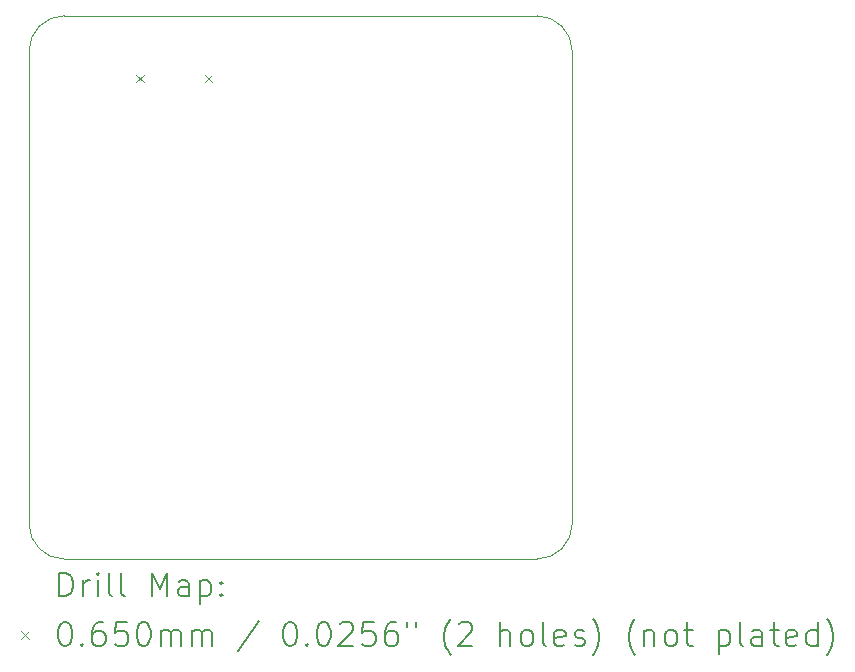
<source format=gbr>
%TF.GenerationSoftware,KiCad,Pcbnew,7.0.10*%
%TF.CreationDate,2024-01-26T16:50:52-05:00*%
%TF.ProjectId,MiniBLDC,4d696e69-424c-4444-932e-6b696361645f,rev?*%
%TF.SameCoordinates,Original*%
%TF.FileFunction,Drillmap*%
%TF.FilePolarity,Positive*%
%FSLAX45Y45*%
G04 Gerber Fmt 4.5, Leading zero omitted, Abs format (unit mm)*
G04 Created by KiCad (PCBNEW 7.0.10) date 2024-01-26 16:50:52*
%MOMM*%
%LPD*%
G01*
G04 APERTURE LIST*
%ADD10C,0.050000*%
%ADD11C,0.200000*%
%ADD12C,0.100000*%
G04 APERTURE END LIST*
D10*
X13585000Y-9748500D02*
X17585000Y-9748500D01*
X13285000Y-14048500D02*
G75*
G03*
X13585000Y-14348500I300000J0D01*
G01*
X17885000Y-10048500D02*
G75*
G03*
X17585000Y-9748500I-300000J0D01*
G01*
X13585000Y-9748500D02*
G75*
G03*
X13285000Y-10048500I0J-300000D01*
G01*
X13285000Y-14048500D02*
X13285000Y-10048500D01*
X17585000Y-14348500D02*
G75*
G03*
X17885000Y-14048500I0J300000D01*
G01*
X17585000Y-14348500D02*
X13585000Y-14348500D01*
X17885000Y-10048500D02*
X17885000Y-14048500D01*
D11*
D12*
X14194000Y-10247500D02*
X14259000Y-10312500D01*
X14259000Y-10247500D02*
X14194000Y-10312500D01*
X14772000Y-10247500D02*
X14837000Y-10312500D01*
X14837000Y-10247500D02*
X14772000Y-10312500D01*
D11*
X13543277Y-14662484D02*
X13543277Y-14462484D01*
X13543277Y-14462484D02*
X13590896Y-14462484D01*
X13590896Y-14462484D02*
X13619467Y-14472008D01*
X13619467Y-14472008D02*
X13638515Y-14491055D01*
X13638515Y-14491055D02*
X13648039Y-14510103D01*
X13648039Y-14510103D02*
X13657562Y-14548198D01*
X13657562Y-14548198D02*
X13657562Y-14576769D01*
X13657562Y-14576769D02*
X13648039Y-14614865D01*
X13648039Y-14614865D02*
X13638515Y-14633912D01*
X13638515Y-14633912D02*
X13619467Y-14652960D01*
X13619467Y-14652960D02*
X13590896Y-14662484D01*
X13590896Y-14662484D02*
X13543277Y-14662484D01*
X13743277Y-14662484D02*
X13743277Y-14529150D01*
X13743277Y-14567246D02*
X13752801Y-14548198D01*
X13752801Y-14548198D02*
X13762324Y-14538674D01*
X13762324Y-14538674D02*
X13781372Y-14529150D01*
X13781372Y-14529150D02*
X13800420Y-14529150D01*
X13867086Y-14662484D02*
X13867086Y-14529150D01*
X13867086Y-14462484D02*
X13857562Y-14472008D01*
X13857562Y-14472008D02*
X13867086Y-14481531D01*
X13867086Y-14481531D02*
X13876610Y-14472008D01*
X13876610Y-14472008D02*
X13867086Y-14462484D01*
X13867086Y-14462484D02*
X13867086Y-14481531D01*
X13990896Y-14662484D02*
X13971848Y-14652960D01*
X13971848Y-14652960D02*
X13962324Y-14633912D01*
X13962324Y-14633912D02*
X13962324Y-14462484D01*
X14095658Y-14662484D02*
X14076610Y-14652960D01*
X14076610Y-14652960D02*
X14067086Y-14633912D01*
X14067086Y-14633912D02*
X14067086Y-14462484D01*
X14324229Y-14662484D02*
X14324229Y-14462484D01*
X14324229Y-14462484D02*
X14390896Y-14605341D01*
X14390896Y-14605341D02*
X14457562Y-14462484D01*
X14457562Y-14462484D02*
X14457562Y-14662484D01*
X14638515Y-14662484D02*
X14638515Y-14557722D01*
X14638515Y-14557722D02*
X14628991Y-14538674D01*
X14628991Y-14538674D02*
X14609943Y-14529150D01*
X14609943Y-14529150D02*
X14571848Y-14529150D01*
X14571848Y-14529150D02*
X14552801Y-14538674D01*
X14638515Y-14652960D02*
X14619467Y-14662484D01*
X14619467Y-14662484D02*
X14571848Y-14662484D01*
X14571848Y-14662484D02*
X14552801Y-14652960D01*
X14552801Y-14652960D02*
X14543277Y-14633912D01*
X14543277Y-14633912D02*
X14543277Y-14614865D01*
X14543277Y-14614865D02*
X14552801Y-14595817D01*
X14552801Y-14595817D02*
X14571848Y-14586293D01*
X14571848Y-14586293D02*
X14619467Y-14586293D01*
X14619467Y-14586293D02*
X14638515Y-14576769D01*
X14733753Y-14529150D02*
X14733753Y-14729150D01*
X14733753Y-14538674D02*
X14752801Y-14529150D01*
X14752801Y-14529150D02*
X14790896Y-14529150D01*
X14790896Y-14529150D02*
X14809943Y-14538674D01*
X14809943Y-14538674D02*
X14819467Y-14548198D01*
X14819467Y-14548198D02*
X14828991Y-14567246D01*
X14828991Y-14567246D02*
X14828991Y-14624388D01*
X14828991Y-14624388D02*
X14819467Y-14643436D01*
X14819467Y-14643436D02*
X14809943Y-14652960D01*
X14809943Y-14652960D02*
X14790896Y-14662484D01*
X14790896Y-14662484D02*
X14752801Y-14662484D01*
X14752801Y-14662484D02*
X14733753Y-14652960D01*
X14914705Y-14643436D02*
X14924229Y-14652960D01*
X14924229Y-14652960D02*
X14914705Y-14662484D01*
X14914705Y-14662484D02*
X14905182Y-14652960D01*
X14905182Y-14652960D02*
X14914705Y-14643436D01*
X14914705Y-14643436D02*
X14914705Y-14662484D01*
X14914705Y-14538674D02*
X14924229Y-14548198D01*
X14924229Y-14548198D02*
X14914705Y-14557722D01*
X14914705Y-14557722D02*
X14905182Y-14548198D01*
X14905182Y-14548198D02*
X14914705Y-14538674D01*
X14914705Y-14538674D02*
X14914705Y-14557722D01*
D12*
X13217500Y-14958500D02*
X13282500Y-15023500D01*
X13282500Y-14958500D02*
X13217500Y-15023500D01*
D11*
X13581372Y-14882484D02*
X13600420Y-14882484D01*
X13600420Y-14882484D02*
X13619467Y-14892008D01*
X13619467Y-14892008D02*
X13628991Y-14901531D01*
X13628991Y-14901531D02*
X13638515Y-14920579D01*
X13638515Y-14920579D02*
X13648039Y-14958674D01*
X13648039Y-14958674D02*
X13648039Y-15006293D01*
X13648039Y-15006293D02*
X13638515Y-15044388D01*
X13638515Y-15044388D02*
X13628991Y-15063436D01*
X13628991Y-15063436D02*
X13619467Y-15072960D01*
X13619467Y-15072960D02*
X13600420Y-15082484D01*
X13600420Y-15082484D02*
X13581372Y-15082484D01*
X13581372Y-15082484D02*
X13562324Y-15072960D01*
X13562324Y-15072960D02*
X13552801Y-15063436D01*
X13552801Y-15063436D02*
X13543277Y-15044388D01*
X13543277Y-15044388D02*
X13533753Y-15006293D01*
X13533753Y-15006293D02*
X13533753Y-14958674D01*
X13533753Y-14958674D02*
X13543277Y-14920579D01*
X13543277Y-14920579D02*
X13552801Y-14901531D01*
X13552801Y-14901531D02*
X13562324Y-14892008D01*
X13562324Y-14892008D02*
X13581372Y-14882484D01*
X13733753Y-15063436D02*
X13743277Y-15072960D01*
X13743277Y-15072960D02*
X13733753Y-15082484D01*
X13733753Y-15082484D02*
X13724229Y-15072960D01*
X13724229Y-15072960D02*
X13733753Y-15063436D01*
X13733753Y-15063436D02*
X13733753Y-15082484D01*
X13914705Y-14882484D02*
X13876610Y-14882484D01*
X13876610Y-14882484D02*
X13857562Y-14892008D01*
X13857562Y-14892008D02*
X13848039Y-14901531D01*
X13848039Y-14901531D02*
X13828991Y-14930103D01*
X13828991Y-14930103D02*
X13819467Y-14968198D01*
X13819467Y-14968198D02*
X13819467Y-15044388D01*
X13819467Y-15044388D02*
X13828991Y-15063436D01*
X13828991Y-15063436D02*
X13838515Y-15072960D01*
X13838515Y-15072960D02*
X13857562Y-15082484D01*
X13857562Y-15082484D02*
X13895658Y-15082484D01*
X13895658Y-15082484D02*
X13914705Y-15072960D01*
X13914705Y-15072960D02*
X13924229Y-15063436D01*
X13924229Y-15063436D02*
X13933753Y-15044388D01*
X13933753Y-15044388D02*
X13933753Y-14996769D01*
X13933753Y-14996769D02*
X13924229Y-14977722D01*
X13924229Y-14977722D02*
X13914705Y-14968198D01*
X13914705Y-14968198D02*
X13895658Y-14958674D01*
X13895658Y-14958674D02*
X13857562Y-14958674D01*
X13857562Y-14958674D02*
X13838515Y-14968198D01*
X13838515Y-14968198D02*
X13828991Y-14977722D01*
X13828991Y-14977722D02*
X13819467Y-14996769D01*
X14114705Y-14882484D02*
X14019467Y-14882484D01*
X14019467Y-14882484D02*
X14009943Y-14977722D01*
X14009943Y-14977722D02*
X14019467Y-14968198D01*
X14019467Y-14968198D02*
X14038515Y-14958674D01*
X14038515Y-14958674D02*
X14086134Y-14958674D01*
X14086134Y-14958674D02*
X14105182Y-14968198D01*
X14105182Y-14968198D02*
X14114705Y-14977722D01*
X14114705Y-14977722D02*
X14124229Y-14996769D01*
X14124229Y-14996769D02*
X14124229Y-15044388D01*
X14124229Y-15044388D02*
X14114705Y-15063436D01*
X14114705Y-15063436D02*
X14105182Y-15072960D01*
X14105182Y-15072960D02*
X14086134Y-15082484D01*
X14086134Y-15082484D02*
X14038515Y-15082484D01*
X14038515Y-15082484D02*
X14019467Y-15072960D01*
X14019467Y-15072960D02*
X14009943Y-15063436D01*
X14248039Y-14882484D02*
X14267086Y-14882484D01*
X14267086Y-14882484D02*
X14286134Y-14892008D01*
X14286134Y-14892008D02*
X14295658Y-14901531D01*
X14295658Y-14901531D02*
X14305182Y-14920579D01*
X14305182Y-14920579D02*
X14314705Y-14958674D01*
X14314705Y-14958674D02*
X14314705Y-15006293D01*
X14314705Y-15006293D02*
X14305182Y-15044388D01*
X14305182Y-15044388D02*
X14295658Y-15063436D01*
X14295658Y-15063436D02*
X14286134Y-15072960D01*
X14286134Y-15072960D02*
X14267086Y-15082484D01*
X14267086Y-15082484D02*
X14248039Y-15082484D01*
X14248039Y-15082484D02*
X14228991Y-15072960D01*
X14228991Y-15072960D02*
X14219467Y-15063436D01*
X14219467Y-15063436D02*
X14209943Y-15044388D01*
X14209943Y-15044388D02*
X14200420Y-15006293D01*
X14200420Y-15006293D02*
X14200420Y-14958674D01*
X14200420Y-14958674D02*
X14209943Y-14920579D01*
X14209943Y-14920579D02*
X14219467Y-14901531D01*
X14219467Y-14901531D02*
X14228991Y-14892008D01*
X14228991Y-14892008D02*
X14248039Y-14882484D01*
X14400420Y-15082484D02*
X14400420Y-14949150D01*
X14400420Y-14968198D02*
X14409943Y-14958674D01*
X14409943Y-14958674D02*
X14428991Y-14949150D01*
X14428991Y-14949150D02*
X14457563Y-14949150D01*
X14457563Y-14949150D02*
X14476610Y-14958674D01*
X14476610Y-14958674D02*
X14486134Y-14977722D01*
X14486134Y-14977722D02*
X14486134Y-15082484D01*
X14486134Y-14977722D02*
X14495658Y-14958674D01*
X14495658Y-14958674D02*
X14514705Y-14949150D01*
X14514705Y-14949150D02*
X14543277Y-14949150D01*
X14543277Y-14949150D02*
X14562324Y-14958674D01*
X14562324Y-14958674D02*
X14571848Y-14977722D01*
X14571848Y-14977722D02*
X14571848Y-15082484D01*
X14667086Y-15082484D02*
X14667086Y-14949150D01*
X14667086Y-14968198D02*
X14676610Y-14958674D01*
X14676610Y-14958674D02*
X14695658Y-14949150D01*
X14695658Y-14949150D02*
X14724229Y-14949150D01*
X14724229Y-14949150D02*
X14743277Y-14958674D01*
X14743277Y-14958674D02*
X14752801Y-14977722D01*
X14752801Y-14977722D02*
X14752801Y-15082484D01*
X14752801Y-14977722D02*
X14762324Y-14958674D01*
X14762324Y-14958674D02*
X14781372Y-14949150D01*
X14781372Y-14949150D02*
X14809943Y-14949150D01*
X14809943Y-14949150D02*
X14828991Y-14958674D01*
X14828991Y-14958674D02*
X14838515Y-14977722D01*
X14838515Y-14977722D02*
X14838515Y-15082484D01*
X15228991Y-14872960D02*
X15057563Y-15130103D01*
X15486134Y-14882484D02*
X15505182Y-14882484D01*
X15505182Y-14882484D02*
X15524229Y-14892008D01*
X15524229Y-14892008D02*
X15533753Y-14901531D01*
X15533753Y-14901531D02*
X15543277Y-14920579D01*
X15543277Y-14920579D02*
X15552801Y-14958674D01*
X15552801Y-14958674D02*
X15552801Y-15006293D01*
X15552801Y-15006293D02*
X15543277Y-15044388D01*
X15543277Y-15044388D02*
X15533753Y-15063436D01*
X15533753Y-15063436D02*
X15524229Y-15072960D01*
X15524229Y-15072960D02*
X15505182Y-15082484D01*
X15505182Y-15082484D02*
X15486134Y-15082484D01*
X15486134Y-15082484D02*
X15467086Y-15072960D01*
X15467086Y-15072960D02*
X15457563Y-15063436D01*
X15457563Y-15063436D02*
X15448039Y-15044388D01*
X15448039Y-15044388D02*
X15438515Y-15006293D01*
X15438515Y-15006293D02*
X15438515Y-14958674D01*
X15438515Y-14958674D02*
X15448039Y-14920579D01*
X15448039Y-14920579D02*
X15457563Y-14901531D01*
X15457563Y-14901531D02*
X15467086Y-14892008D01*
X15467086Y-14892008D02*
X15486134Y-14882484D01*
X15638515Y-15063436D02*
X15648039Y-15072960D01*
X15648039Y-15072960D02*
X15638515Y-15082484D01*
X15638515Y-15082484D02*
X15628991Y-15072960D01*
X15628991Y-15072960D02*
X15638515Y-15063436D01*
X15638515Y-15063436D02*
X15638515Y-15082484D01*
X15771848Y-14882484D02*
X15790896Y-14882484D01*
X15790896Y-14882484D02*
X15809944Y-14892008D01*
X15809944Y-14892008D02*
X15819467Y-14901531D01*
X15819467Y-14901531D02*
X15828991Y-14920579D01*
X15828991Y-14920579D02*
X15838515Y-14958674D01*
X15838515Y-14958674D02*
X15838515Y-15006293D01*
X15838515Y-15006293D02*
X15828991Y-15044388D01*
X15828991Y-15044388D02*
X15819467Y-15063436D01*
X15819467Y-15063436D02*
X15809944Y-15072960D01*
X15809944Y-15072960D02*
X15790896Y-15082484D01*
X15790896Y-15082484D02*
X15771848Y-15082484D01*
X15771848Y-15082484D02*
X15752801Y-15072960D01*
X15752801Y-15072960D02*
X15743277Y-15063436D01*
X15743277Y-15063436D02*
X15733753Y-15044388D01*
X15733753Y-15044388D02*
X15724229Y-15006293D01*
X15724229Y-15006293D02*
X15724229Y-14958674D01*
X15724229Y-14958674D02*
X15733753Y-14920579D01*
X15733753Y-14920579D02*
X15743277Y-14901531D01*
X15743277Y-14901531D02*
X15752801Y-14892008D01*
X15752801Y-14892008D02*
X15771848Y-14882484D01*
X15914706Y-14901531D02*
X15924229Y-14892008D01*
X15924229Y-14892008D02*
X15943277Y-14882484D01*
X15943277Y-14882484D02*
X15990896Y-14882484D01*
X15990896Y-14882484D02*
X16009944Y-14892008D01*
X16009944Y-14892008D02*
X16019467Y-14901531D01*
X16019467Y-14901531D02*
X16028991Y-14920579D01*
X16028991Y-14920579D02*
X16028991Y-14939627D01*
X16028991Y-14939627D02*
X16019467Y-14968198D01*
X16019467Y-14968198D02*
X15905182Y-15082484D01*
X15905182Y-15082484D02*
X16028991Y-15082484D01*
X16209944Y-14882484D02*
X16114706Y-14882484D01*
X16114706Y-14882484D02*
X16105182Y-14977722D01*
X16105182Y-14977722D02*
X16114706Y-14968198D01*
X16114706Y-14968198D02*
X16133753Y-14958674D01*
X16133753Y-14958674D02*
X16181372Y-14958674D01*
X16181372Y-14958674D02*
X16200420Y-14968198D01*
X16200420Y-14968198D02*
X16209944Y-14977722D01*
X16209944Y-14977722D02*
X16219467Y-14996769D01*
X16219467Y-14996769D02*
X16219467Y-15044388D01*
X16219467Y-15044388D02*
X16209944Y-15063436D01*
X16209944Y-15063436D02*
X16200420Y-15072960D01*
X16200420Y-15072960D02*
X16181372Y-15082484D01*
X16181372Y-15082484D02*
X16133753Y-15082484D01*
X16133753Y-15082484D02*
X16114706Y-15072960D01*
X16114706Y-15072960D02*
X16105182Y-15063436D01*
X16390896Y-14882484D02*
X16352801Y-14882484D01*
X16352801Y-14882484D02*
X16333753Y-14892008D01*
X16333753Y-14892008D02*
X16324229Y-14901531D01*
X16324229Y-14901531D02*
X16305182Y-14930103D01*
X16305182Y-14930103D02*
X16295658Y-14968198D01*
X16295658Y-14968198D02*
X16295658Y-15044388D01*
X16295658Y-15044388D02*
X16305182Y-15063436D01*
X16305182Y-15063436D02*
X16314706Y-15072960D01*
X16314706Y-15072960D02*
X16333753Y-15082484D01*
X16333753Y-15082484D02*
X16371848Y-15082484D01*
X16371848Y-15082484D02*
X16390896Y-15072960D01*
X16390896Y-15072960D02*
X16400420Y-15063436D01*
X16400420Y-15063436D02*
X16409944Y-15044388D01*
X16409944Y-15044388D02*
X16409944Y-14996769D01*
X16409944Y-14996769D02*
X16400420Y-14977722D01*
X16400420Y-14977722D02*
X16390896Y-14968198D01*
X16390896Y-14968198D02*
X16371848Y-14958674D01*
X16371848Y-14958674D02*
X16333753Y-14958674D01*
X16333753Y-14958674D02*
X16314706Y-14968198D01*
X16314706Y-14968198D02*
X16305182Y-14977722D01*
X16305182Y-14977722D02*
X16295658Y-14996769D01*
X16486134Y-14882484D02*
X16486134Y-14920579D01*
X16562325Y-14882484D02*
X16562325Y-14920579D01*
X16857563Y-15158674D02*
X16848039Y-15149150D01*
X16848039Y-15149150D02*
X16828991Y-15120579D01*
X16828991Y-15120579D02*
X16819468Y-15101531D01*
X16819468Y-15101531D02*
X16809944Y-15072960D01*
X16809944Y-15072960D02*
X16800420Y-15025341D01*
X16800420Y-15025341D02*
X16800420Y-14987246D01*
X16800420Y-14987246D02*
X16809944Y-14939627D01*
X16809944Y-14939627D02*
X16819468Y-14911055D01*
X16819468Y-14911055D02*
X16828991Y-14892008D01*
X16828991Y-14892008D02*
X16848039Y-14863436D01*
X16848039Y-14863436D02*
X16857563Y-14853912D01*
X16924230Y-14901531D02*
X16933753Y-14892008D01*
X16933753Y-14892008D02*
X16952801Y-14882484D01*
X16952801Y-14882484D02*
X17000420Y-14882484D01*
X17000420Y-14882484D02*
X17019468Y-14892008D01*
X17019468Y-14892008D02*
X17028991Y-14901531D01*
X17028991Y-14901531D02*
X17038515Y-14920579D01*
X17038515Y-14920579D02*
X17038515Y-14939627D01*
X17038515Y-14939627D02*
X17028991Y-14968198D01*
X17028991Y-14968198D02*
X16914706Y-15082484D01*
X16914706Y-15082484D02*
X17038515Y-15082484D01*
X17276611Y-15082484D02*
X17276611Y-14882484D01*
X17362325Y-15082484D02*
X17362325Y-14977722D01*
X17362325Y-14977722D02*
X17352801Y-14958674D01*
X17352801Y-14958674D02*
X17333753Y-14949150D01*
X17333753Y-14949150D02*
X17305182Y-14949150D01*
X17305182Y-14949150D02*
X17286134Y-14958674D01*
X17286134Y-14958674D02*
X17276611Y-14968198D01*
X17486134Y-15082484D02*
X17467087Y-15072960D01*
X17467087Y-15072960D02*
X17457563Y-15063436D01*
X17457563Y-15063436D02*
X17448039Y-15044388D01*
X17448039Y-15044388D02*
X17448039Y-14987246D01*
X17448039Y-14987246D02*
X17457563Y-14968198D01*
X17457563Y-14968198D02*
X17467087Y-14958674D01*
X17467087Y-14958674D02*
X17486134Y-14949150D01*
X17486134Y-14949150D02*
X17514706Y-14949150D01*
X17514706Y-14949150D02*
X17533753Y-14958674D01*
X17533753Y-14958674D02*
X17543277Y-14968198D01*
X17543277Y-14968198D02*
X17552801Y-14987246D01*
X17552801Y-14987246D02*
X17552801Y-15044388D01*
X17552801Y-15044388D02*
X17543277Y-15063436D01*
X17543277Y-15063436D02*
X17533753Y-15072960D01*
X17533753Y-15072960D02*
X17514706Y-15082484D01*
X17514706Y-15082484D02*
X17486134Y-15082484D01*
X17667087Y-15082484D02*
X17648039Y-15072960D01*
X17648039Y-15072960D02*
X17638515Y-15053912D01*
X17638515Y-15053912D02*
X17638515Y-14882484D01*
X17819468Y-15072960D02*
X17800420Y-15082484D01*
X17800420Y-15082484D02*
X17762325Y-15082484D01*
X17762325Y-15082484D02*
X17743277Y-15072960D01*
X17743277Y-15072960D02*
X17733753Y-15053912D01*
X17733753Y-15053912D02*
X17733753Y-14977722D01*
X17733753Y-14977722D02*
X17743277Y-14958674D01*
X17743277Y-14958674D02*
X17762325Y-14949150D01*
X17762325Y-14949150D02*
X17800420Y-14949150D01*
X17800420Y-14949150D02*
X17819468Y-14958674D01*
X17819468Y-14958674D02*
X17828992Y-14977722D01*
X17828992Y-14977722D02*
X17828992Y-14996769D01*
X17828992Y-14996769D02*
X17733753Y-15015817D01*
X17905182Y-15072960D02*
X17924230Y-15082484D01*
X17924230Y-15082484D02*
X17962325Y-15082484D01*
X17962325Y-15082484D02*
X17981373Y-15072960D01*
X17981373Y-15072960D02*
X17990896Y-15053912D01*
X17990896Y-15053912D02*
X17990896Y-15044388D01*
X17990896Y-15044388D02*
X17981373Y-15025341D01*
X17981373Y-15025341D02*
X17962325Y-15015817D01*
X17962325Y-15015817D02*
X17933753Y-15015817D01*
X17933753Y-15015817D02*
X17914706Y-15006293D01*
X17914706Y-15006293D02*
X17905182Y-14987246D01*
X17905182Y-14987246D02*
X17905182Y-14977722D01*
X17905182Y-14977722D02*
X17914706Y-14958674D01*
X17914706Y-14958674D02*
X17933753Y-14949150D01*
X17933753Y-14949150D02*
X17962325Y-14949150D01*
X17962325Y-14949150D02*
X17981373Y-14958674D01*
X18057563Y-15158674D02*
X18067087Y-15149150D01*
X18067087Y-15149150D02*
X18086134Y-15120579D01*
X18086134Y-15120579D02*
X18095658Y-15101531D01*
X18095658Y-15101531D02*
X18105182Y-15072960D01*
X18105182Y-15072960D02*
X18114706Y-15025341D01*
X18114706Y-15025341D02*
X18114706Y-14987246D01*
X18114706Y-14987246D02*
X18105182Y-14939627D01*
X18105182Y-14939627D02*
X18095658Y-14911055D01*
X18095658Y-14911055D02*
X18086134Y-14892008D01*
X18086134Y-14892008D02*
X18067087Y-14863436D01*
X18067087Y-14863436D02*
X18057563Y-14853912D01*
X18419468Y-15158674D02*
X18409944Y-15149150D01*
X18409944Y-15149150D02*
X18390896Y-15120579D01*
X18390896Y-15120579D02*
X18381373Y-15101531D01*
X18381373Y-15101531D02*
X18371849Y-15072960D01*
X18371849Y-15072960D02*
X18362325Y-15025341D01*
X18362325Y-15025341D02*
X18362325Y-14987246D01*
X18362325Y-14987246D02*
X18371849Y-14939627D01*
X18371849Y-14939627D02*
X18381373Y-14911055D01*
X18381373Y-14911055D02*
X18390896Y-14892008D01*
X18390896Y-14892008D02*
X18409944Y-14863436D01*
X18409944Y-14863436D02*
X18419468Y-14853912D01*
X18495658Y-14949150D02*
X18495658Y-15082484D01*
X18495658Y-14968198D02*
X18505182Y-14958674D01*
X18505182Y-14958674D02*
X18524230Y-14949150D01*
X18524230Y-14949150D02*
X18552801Y-14949150D01*
X18552801Y-14949150D02*
X18571849Y-14958674D01*
X18571849Y-14958674D02*
X18581373Y-14977722D01*
X18581373Y-14977722D02*
X18581373Y-15082484D01*
X18705182Y-15082484D02*
X18686134Y-15072960D01*
X18686134Y-15072960D02*
X18676611Y-15063436D01*
X18676611Y-15063436D02*
X18667087Y-15044388D01*
X18667087Y-15044388D02*
X18667087Y-14987246D01*
X18667087Y-14987246D02*
X18676611Y-14968198D01*
X18676611Y-14968198D02*
X18686134Y-14958674D01*
X18686134Y-14958674D02*
X18705182Y-14949150D01*
X18705182Y-14949150D02*
X18733754Y-14949150D01*
X18733754Y-14949150D02*
X18752801Y-14958674D01*
X18752801Y-14958674D02*
X18762325Y-14968198D01*
X18762325Y-14968198D02*
X18771849Y-14987246D01*
X18771849Y-14987246D02*
X18771849Y-15044388D01*
X18771849Y-15044388D02*
X18762325Y-15063436D01*
X18762325Y-15063436D02*
X18752801Y-15072960D01*
X18752801Y-15072960D02*
X18733754Y-15082484D01*
X18733754Y-15082484D02*
X18705182Y-15082484D01*
X18828992Y-14949150D02*
X18905182Y-14949150D01*
X18857563Y-14882484D02*
X18857563Y-15053912D01*
X18857563Y-15053912D02*
X18867087Y-15072960D01*
X18867087Y-15072960D02*
X18886134Y-15082484D01*
X18886134Y-15082484D02*
X18905182Y-15082484D01*
X19124230Y-14949150D02*
X19124230Y-15149150D01*
X19124230Y-14958674D02*
X19143277Y-14949150D01*
X19143277Y-14949150D02*
X19181373Y-14949150D01*
X19181373Y-14949150D02*
X19200420Y-14958674D01*
X19200420Y-14958674D02*
X19209944Y-14968198D01*
X19209944Y-14968198D02*
X19219468Y-14987246D01*
X19219468Y-14987246D02*
X19219468Y-15044388D01*
X19219468Y-15044388D02*
X19209944Y-15063436D01*
X19209944Y-15063436D02*
X19200420Y-15072960D01*
X19200420Y-15072960D02*
X19181373Y-15082484D01*
X19181373Y-15082484D02*
X19143277Y-15082484D01*
X19143277Y-15082484D02*
X19124230Y-15072960D01*
X19333754Y-15082484D02*
X19314706Y-15072960D01*
X19314706Y-15072960D02*
X19305182Y-15053912D01*
X19305182Y-15053912D02*
X19305182Y-14882484D01*
X19495658Y-15082484D02*
X19495658Y-14977722D01*
X19495658Y-14977722D02*
X19486135Y-14958674D01*
X19486135Y-14958674D02*
X19467087Y-14949150D01*
X19467087Y-14949150D02*
X19428992Y-14949150D01*
X19428992Y-14949150D02*
X19409944Y-14958674D01*
X19495658Y-15072960D02*
X19476611Y-15082484D01*
X19476611Y-15082484D02*
X19428992Y-15082484D01*
X19428992Y-15082484D02*
X19409944Y-15072960D01*
X19409944Y-15072960D02*
X19400420Y-15053912D01*
X19400420Y-15053912D02*
X19400420Y-15034865D01*
X19400420Y-15034865D02*
X19409944Y-15015817D01*
X19409944Y-15015817D02*
X19428992Y-15006293D01*
X19428992Y-15006293D02*
X19476611Y-15006293D01*
X19476611Y-15006293D02*
X19495658Y-14996769D01*
X19562325Y-14949150D02*
X19638515Y-14949150D01*
X19590896Y-14882484D02*
X19590896Y-15053912D01*
X19590896Y-15053912D02*
X19600420Y-15072960D01*
X19600420Y-15072960D02*
X19619468Y-15082484D01*
X19619468Y-15082484D02*
X19638515Y-15082484D01*
X19781373Y-15072960D02*
X19762325Y-15082484D01*
X19762325Y-15082484D02*
X19724230Y-15082484D01*
X19724230Y-15082484D02*
X19705182Y-15072960D01*
X19705182Y-15072960D02*
X19695658Y-15053912D01*
X19695658Y-15053912D02*
X19695658Y-14977722D01*
X19695658Y-14977722D02*
X19705182Y-14958674D01*
X19705182Y-14958674D02*
X19724230Y-14949150D01*
X19724230Y-14949150D02*
X19762325Y-14949150D01*
X19762325Y-14949150D02*
X19781373Y-14958674D01*
X19781373Y-14958674D02*
X19790896Y-14977722D01*
X19790896Y-14977722D02*
X19790896Y-14996769D01*
X19790896Y-14996769D02*
X19695658Y-15015817D01*
X19962325Y-15082484D02*
X19962325Y-14882484D01*
X19962325Y-15072960D02*
X19943277Y-15082484D01*
X19943277Y-15082484D02*
X19905182Y-15082484D01*
X19905182Y-15082484D02*
X19886135Y-15072960D01*
X19886135Y-15072960D02*
X19876611Y-15063436D01*
X19876611Y-15063436D02*
X19867087Y-15044388D01*
X19867087Y-15044388D02*
X19867087Y-14987246D01*
X19867087Y-14987246D02*
X19876611Y-14968198D01*
X19876611Y-14968198D02*
X19886135Y-14958674D01*
X19886135Y-14958674D02*
X19905182Y-14949150D01*
X19905182Y-14949150D02*
X19943277Y-14949150D01*
X19943277Y-14949150D02*
X19962325Y-14958674D01*
X20038516Y-15158674D02*
X20048039Y-15149150D01*
X20048039Y-15149150D02*
X20067087Y-15120579D01*
X20067087Y-15120579D02*
X20076611Y-15101531D01*
X20076611Y-15101531D02*
X20086135Y-15072960D01*
X20086135Y-15072960D02*
X20095658Y-15025341D01*
X20095658Y-15025341D02*
X20095658Y-14987246D01*
X20095658Y-14987246D02*
X20086135Y-14939627D01*
X20086135Y-14939627D02*
X20076611Y-14911055D01*
X20076611Y-14911055D02*
X20067087Y-14892008D01*
X20067087Y-14892008D02*
X20048039Y-14863436D01*
X20048039Y-14863436D02*
X20038516Y-14853912D01*
M02*

</source>
